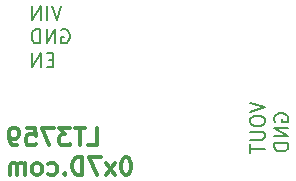
<source format=gbr>
G04 #@! TF.FileFunction,Legend,Bot*
%FSLAX46Y46*%
G04 Gerber Fmt 4.6, Leading zero omitted, Abs format (unit mm)*
G04 Created by KiCad (PCBNEW 4.0.7) date 01/28/18 01:48:01*
%MOMM*%
%LPD*%
G01*
G04 APERTURE LIST*
%ADD10C,0.100000*%
%ADD11C,0.300000*%
%ADD12C,0.200000*%
G04 APERTURE END LIST*
D10*
D11*
X136099998Y-94978571D02*
X136814284Y-94978571D01*
X136814284Y-93478571D01*
X135814284Y-93478571D02*
X134957141Y-93478571D01*
X135385712Y-94978571D02*
X135385712Y-93478571D01*
X134599998Y-93478571D02*
X133671427Y-93478571D01*
X134171427Y-94050000D01*
X133957141Y-94050000D01*
X133814284Y-94121429D01*
X133742855Y-94192857D01*
X133671427Y-94335714D01*
X133671427Y-94692857D01*
X133742855Y-94835714D01*
X133814284Y-94907143D01*
X133957141Y-94978571D01*
X134385713Y-94978571D01*
X134528570Y-94907143D01*
X134599998Y-94835714D01*
X133171427Y-93478571D02*
X132171427Y-93478571D01*
X132814284Y-94978571D01*
X130885713Y-93478571D02*
X131599999Y-93478571D01*
X131671428Y-94192857D01*
X131599999Y-94121429D01*
X131457142Y-94050000D01*
X131099999Y-94050000D01*
X130957142Y-94121429D01*
X130885713Y-94192857D01*
X130814285Y-94335714D01*
X130814285Y-94692857D01*
X130885713Y-94835714D01*
X130957142Y-94907143D01*
X131099999Y-94978571D01*
X131457142Y-94978571D01*
X131599999Y-94907143D01*
X131671428Y-94835714D01*
X130100000Y-94978571D02*
X129814285Y-94978571D01*
X129671428Y-94907143D01*
X129600000Y-94835714D01*
X129457142Y-94621429D01*
X129385714Y-94335714D01*
X129385714Y-93764286D01*
X129457142Y-93621429D01*
X129528571Y-93550000D01*
X129671428Y-93478571D01*
X129957142Y-93478571D01*
X130100000Y-93550000D01*
X130171428Y-93621429D01*
X130242857Y-93764286D01*
X130242857Y-94121429D01*
X130171428Y-94264286D01*
X130100000Y-94335714D01*
X129957142Y-94407143D01*
X129671428Y-94407143D01*
X129528571Y-94335714D01*
X129457142Y-94264286D01*
X129385714Y-94121429D01*
X139385714Y-95978571D02*
X139242857Y-95978571D01*
X139100000Y-96050000D01*
X139028571Y-96121429D01*
X138957142Y-96264286D01*
X138885714Y-96550000D01*
X138885714Y-96907143D01*
X138957142Y-97192857D01*
X139028571Y-97335714D01*
X139100000Y-97407143D01*
X139242857Y-97478571D01*
X139385714Y-97478571D01*
X139528571Y-97407143D01*
X139600000Y-97335714D01*
X139671428Y-97192857D01*
X139742857Y-96907143D01*
X139742857Y-96550000D01*
X139671428Y-96264286D01*
X139600000Y-96121429D01*
X139528571Y-96050000D01*
X139385714Y-95978571D01*
X138385714Y-97478571D02*
X137600000Y-96478571D01*
X138385714Y-96478571D02*
X137600000Y-97478571D01*
X137171428Y-95978571D02*
X136171428Y-95978571D01*
X136814285Y-97478571D01*
X135600000Y-97478571D02*
X135600000Y-95978571D01*
X135242857Y-95978571D01*
X135028572Y-96050000D01*
X134885714Y-96192857D01*
X134814286Y-96335714D01*
X134742857Y-96621429D01*
X134742857Y-96835714D01*
X134814286Y-97121429D01*
X134885714Y-97264286D01*
X135028572Y-97407143D01*
X135242857Y-97478571D01*
X135600000Y-97478571D01*
X134100000Y-97335714D02*
X134028572Y-97407143D01*
X134100000Y-97478571D01*
X134171429Y-97407143D01*
X134100000Y-97335714D01*
X134100000Y-97478571D01*
X132742857Y-97407143D02*
X132885714Y-97478571D01*
X133171428Y-97478571D01*
X133314286Y-97407143D01*
X133385714Y-97335714D01*
X133457143Y-97192857D01*
X133457143Y-96764286D01*
X133385714Y-96621429D01*
X133314286Y-96550000D01*
X133171428Y-96478571D01*
X132885714Y-96478571D01*
X132742857Y-96550000D01*
X131885714Y-97478571D02*
X132028572Y-97407143D01*
X132100000Y-97335714D01*
X132171429Y-97192857D01*
X132171429Y-96764286D01*
X132100000Y-96621429D01*
X132028572Y-96550000D01*
X131885714Y-96478571D01*
X131671429Y-96478571D01*
X131528572Y-96550000D01*
X131457143Y-96621429D01*
X131385714Y-96764286D01*
X131385714Y-97192857D01*
X131457143Y-97335714D01*
X131528572Y-97407143D01*
X131671429Y-97478571D01*
X131885714Y-97478571D01*
X130742857Y-97478571D02*
X130742857Y-96478571D01*
X130742857Y-96621429D02*
X130671429Y-96550000D01*
X130528571Y-96478571D01*
X130314286Y-96478571D01*
X130171429Y-96550000D01*
X130100000Y-96692857D01*
X130100000Y-97478571D01*
X130100000Y-96692857D02*
X130028571Y-96550000D01*
X129885714Y-96478571D01*
X129671429Y-96478571D01*
X129528571Y-96550000D01*
X129457143Y-96692857D01*
X129457143Y-97478571D01*
D12*
X149842857Y-91357143D02*
X151042857Y-91757143D01*
X149842857Y-92157143D01*
X149842857Y-92785714D02*
X149842857Y-93014285D01*
X149900000Y-93128571D01*
X150014286Y-93242857D01*
X150242857Y-93299999D01*
X150642857Y-93299999D01*
X150871429Y-93242857D01*
X150985714Y-93128571D01*
X151042857Y-93014285D01*
X151042857Y-92785714D01*
X150985714Y-92671428D01*
X150871429Y-92557142D01*
X150642857Y-92499999D01*
X150242857Y-92499999D01*
X150014286Y-92557142D01*
X149900000Y-92671428D01*
X149842857Y-92785714D01*
X149842857Y-93814285D02*
X150814286Y-93814285D01*
X150928571Y-93871428D01*
X150985714Y-93928571D01*
X151042857Y-94042857D01*
X151042857Y-94271428D01*
X150985714Y-94385714D01*
X150928571Y-94442857D01*
X150814286Y-94500000D01*
X149842857Y-94500000D01*
X149842857Y-94900000D02*
X149842857Y-95585714D01*
X151042857Y-95242857D02*
X149842857Y-95242857D01*
X151900000Y-92957143D02*
X151842857Y-92842857D01*
X151842857Y-92671428D01*
X151900000Y-92500000D01*
X152014286Y-92385714D01*
X152128571Y-92328571D01*
X152357143Y-92271428D01*
X152528571Y-92271428D01*
X152757143Y-92328571D01*
X152871429Y-92385714D01*
X152985714Y-92500000D01*
X153042857Y-92671428D01*
X153042857Y-92785714D01*
X152985714Y-92957143D01*
X152928571Y-93014286D01*
X152528571Y-93014286D01*
X152528571Y-92785714D01*
X153042857Y-93528571D02*
X151842857Y-93528571D01*
X153042857Y-94214286D01*
X151842857Y-94214286D01*
X153042857Y-94785714D02*
X151842857Y-94785714D01*
X151842857Y-95071429D01*
X151900000Y-95242857D01*
X152014286Y-95357143D01*
X152128571Y-95414286D01*
X152357143Y-95471429D01*
X152528571Y-95471429D01*
X152757143Y-95414286D01*
X152871429Y-95357143D01*
X152985714Y-95242857D01*
X153042857Y-95071429D01*
X153042857Y-94785714D01*
X133157143Y-87714286D02*
X132757143Y-87714286D01*
X132585714Y-88342857D02*
X133157143Y-88342857D01*
X133157143Y-87142857D01*
X132585714Y-87142857D01*
X132071429Y-88342857D02*
X132071429Y-87142857D01*
X131385714Y-88342857D01*
X131385714Y-87142857D01*
X133842857Y-85200000D02*
X133957143Y-85142857D01*
X134128572Y-85142857D01*
X134300000Y-85200000D01*
X134414286Y-85314286D01*
X134471429Y-85428571D01*
X134528572Y-85657143D01*
X134528572Y-85828571D01*
X134471429Y-86057143D01*
X134414286Y-86171429D01*
X134300000Y-86285714D01*
X134128572Y-86342857D01*
X134014286Y-86342857D01*
X133842857Y-86285714D01*
X133785714Y-86228571D01*
X133785714Y-85828571D01*
X134014286Y-85828571D01*
X133271429Y-86342857D02*
X133271429Y-85142857D01*
X132585714Y-86342857D01*
X132585714Y-85142857D01*
X132014286Y-86342857D02*
X132014286Y-85142857D01*
X131728571Y-85142857D01*
X131557143Y-85200000D01*
X131442857Y-85314286D01*
X131385714Y-85428571D01*
X131328571Y-85657143D01*
X131328571Y-85828571D01*
X131385714Y-86057143D01*
X131442857Y-86171429D01*
X131557143Y-86285714D01*
X131728571Y-86342857D01*
X132014286Y-86342857D01*
X133842857Y-83142857D02*
X133442857Y-84342857D01*
X133042857Y-83142857D01*
X132642858Y-84342857D02*
X132642858Y-83142857D01*
X132071429Y-84342857D02*
X132071429Y-83142857D01*
X131385714Y-84342857D01*
X131385714Y-83142857D01*
M02*

</source>
